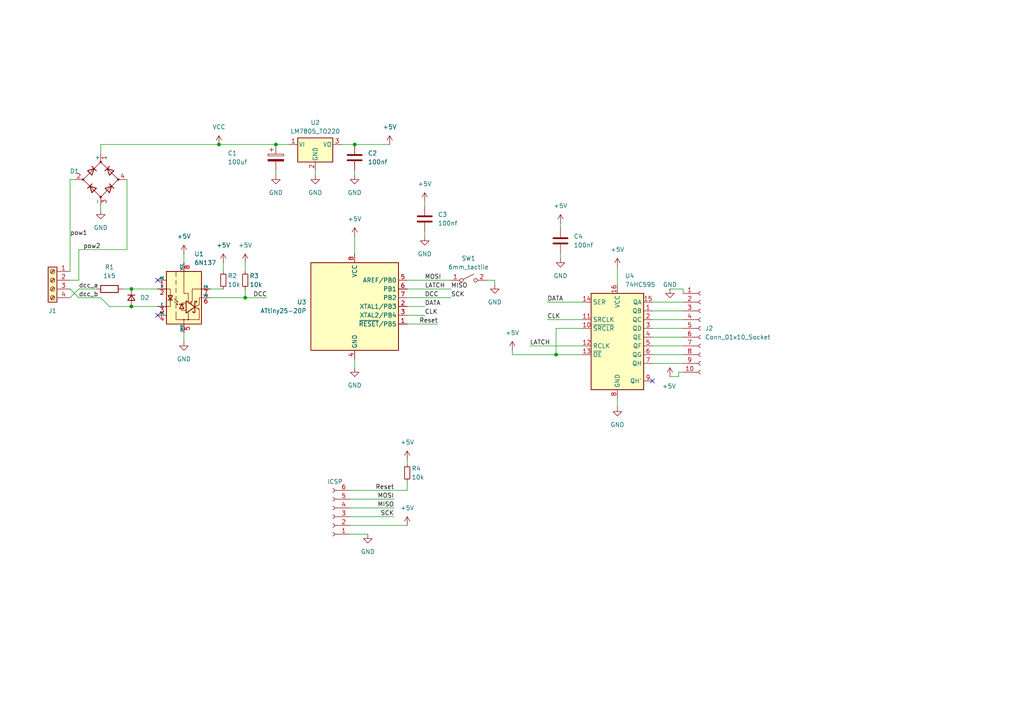
<source format=kicad_sch>
(kicad_sch (version 20231120) (generator "eeschema") (generator_version "8.0")
  (paper "A4")
  (lib_symbols
    (symbol "74xx:74HC595"
      (property "Reference" "U" (at -7.62 13.97 0))
      (property "Value" "74HC595" (at -7.62 -16.51 0))
      (symbol "74HC595_1_0"
        (pin tri_state line (at 10.16 7.62 180) (length 2.54) (name "QB") (number "1"))
        (pin input line (at -10.16 2.54 0) (length 2.54) (name "~{SRCLR}") (number "10"))
        (pin input line (at -10.16 5.08 0) (length 2.54) (name "SRCLK") (number "11"))
        (pin input line (at -10.16 -2.54 0) (length 2.54) (name "RCLK") (number "12"))
        (pin input line (at -10.16 -5.08 0) (length 2.54) (name "~{OE}") (number "13"))
        (pin input line (at -10.16 10.16 0) (length 2.54) (name "SER") (number "14"))
        (pin tri_state line (at 10.16 10.16 180) (length 2.54) (name "QA") (number "15"))
        (pin power_in line (at 0 15.24 270) (length 2.54) (name "VCC") (number "16"))
        (pin tri_state line (at 10.16 5.08 180) (length 2.54) (name "QC") (number "2"))
        (pin tri_state line (at 10.16 2.54 180) (length 2.54) (name "QD") (number "3"))
        (pin tri_state line (at 10.16 0 180) (length 2.54) (name "QE") (number "4"))
        (pin tri_state line (at 10.16 -2.54 180) (length 2.54) (name "QF") (number "5"))
        (pin tri_state line (at 10.16 -5.08 180) (length 2.54) (name "QG") (number "6"))
        (pin tri_state line (at 10.16 -7.62 180) (length 2.54) (name "QH") (number "7"))
        (pin power_in line (at 0 -17.78 90) (length 2.54) (name "GND") (number "8"))
        (pin output line (at 10.16 -12.7 180) (length 2.54) (name "QH'") (number "9"))
      )
      (symbol "74HC595_1_1"
        (rectangle (start -7.62 12.7) (end 7.62 -15.24) (stroke (width 0.254)) (fill (type background)))
      )
    )
    (symbol "Connector:Conn_01x06_Socket" (pin_names (offset 1.016) hide)
      (property "Reference" "J" (at 0 7.62 0))
      (property "Value" "Conn_01x06_Socket" (at 0 -10.16 0))
      (symbol "Conn_01x06_Socket_1_1"
        (arc (start 0 -7.112) (mid -0.5058 -7.62) (end 0 -8.128) (stroke (width 0.1524)))
        (arc (start 0 -4.572) (mid -0.5058 -5.08) (end 0 -5.588) (stroke (width 0.1524)))
        (arc (start 0 -2.032) (mid -0.5058 -2.54) (end 0 -3.048) (stroke (width 0.1524)))
        (polyline (pts (xy -1.27 -7.62) (xy -0.508 -7.62)) (stroke (width 0.1524)))
        (polyline (pts (xy -1.27 -5.08) (xy -0.508 -5.08)) (stroke (width 0.1524)))
        (polyline (pts (xy -1.27 -2.54) (xy -0.508 -2.54)) (stroke (width 0.1524)))
        (polyline (pts (xy -1.27 0) (xy -0.508 0)) (stroke (width 0.1524)))
        (polyline (pts (xy -1.27 2.54) (xy -0.508 2.54)) (stroke (width 0.1524)))
        (polyline (pts (xy -1.27 5.08) (xy -0.508 5.08)) (stroke (width 0.1524)))
        (arc (start 0 0.508) (mid -0.5058 0) (end 0 -0.508) (stroke (width 0.1524)))
        (arc (start 0 3.048) (mid -0.5058 2.54) (end 0 2.032) (stroke (width 0.1524)))
        (arc (start 0 5.588) (mid -0.5058 5.08) (end 0 4.572) (stroke (width 0.1524)))
        (pin passive line (at -5.08 5.08 0) (length 3.81) (name "Pin_1") (number "1"))
        (pin passive line (at -5.08 2.54 0) (length 3.81) (name "Pin_2") (number "2"))
        (pin passive line (at -5.08 0 0) (length 3.81) (name "Pin_3") (number "3"))
        (pin passive line (at -5.08 -2.54 0) (length 3.81) (name "Pin_4") (number "4"))
        (pin passive line (at -5.08 -5.08 0) (length 3.81) (name "Pin_5") (number "5"))
        (pin passive line (at -5.08 -7.62 0) (length 3.81) (name "Pin_6") (number "6"))
      )
    )
    (symbol "Connector:Conn_01x10_Socket" (pin_names (offset 1.016) hide)
      (property "Reference" "J" (at 0 12.7 0))
      (property "Value" "Conn_01x10_Socket" (at 0 -15.24 0))
      (symbol "Conn_01x10_Socket_1_1"
        (arc (start 0 -12.192) (mid -0.5058 -12.7) (end 0 -13.208) (stroke (width 0.1524)))
        (arc (start 0 -9.652) (mid -0.5058 -10.16) (end 0 -10.668) (stroke (width 0.1524)))
        (arc (start 0 -7.112) (mid -0.5058 -7.62) (end 0 -8.128) (stroke (width 0.1524)))
        (arc (start 0 -4.572) (mid -0.5058 -5.08) (end 0 -5.588) (stroke (width 0.1524)))
        (arc (start 0 -2.032) (mid -0.5058 -2.54) (end 0 -3.048) (stroke (width 0.1524)))
        (polyline (pts (xy -1.27 -12.7) (xy -0.508 -12.7)) (stroke (width 0.1524)))
        (polyline (pts (xy -1.27 -10.16) (xy -0.508 -10.16)) (stroke (width 0.1524)))
        (polyline (pts (xy -1.27 -7.62) (xy -0.508 -7.62)) (stroke (width 0.1524)))
        (polyline (pts (xy -1.27 -5.08) (xy -0.508 -5.08)) (stroke (width 0.1524)))
        (polyline (pts (xy -1.27 -2.54) (xy -0.508 -2.54)) (stroke (width 0.1524)))
        (polyline (pts (xy -1.27 0) (xy -0.508 0)) (stroke (width 0.1524)))
        (polyline (pts (xy -1.27 2.54) (xy -0.508 2.54)) (stroke (width 0.1524)))
        (polyline (pts (xy -1.27 5.08) (xy -0.508 5.08)) (stroke (width 0.1524)))
        (polyline (pts (xy -1.27 7.62) (xy -0.508 7.62)) (stroke (width 0.1524)))
        (polyline (pts (xy -1.27 10.16) (xy -0.508 10.16)) (stroke (width 0.1524)))
        (arc (start 0 0.508) (mid -0.5058 0) (end 0 -0.508) (stroke (width 0.1524)))
        (arc (start 0 3.048) (mid -0.5058 2.54) (end 0 2.032) (stroke (width 0.1524)))
        (arc (start 0 5.588) (mid -0.5058 5.08) (end 0 4.572) (stroke (width 0.1524)))
        (arc (start 0 8.128) (mid -0.5058 7.62) (end 0 7.112) (stroke (width 0.1524)))
        (arc (start 0 10.668) (mid -0.5058 10.16) (end 0 9.652) (stroke (width 0.1524)))
        (pin passive line (at -5.08 10.16 0) (length 3.81) (name "Pin_1") (number "1"))
        (pin passive line (at -5.08 -12.7 0) (length 3.81) (name "Pin_10") (number "10"))
        (pin passive line (at -5.08 7.62 0) (length 3.81) (name "Pin_2") (number "2"))
        (pin passive line (at -5.08 5.08 0) (length 3.81) (name "Pin_3") (number "3"))
        (pin passive line (at -5.08 2.54 0) (length 3.81) (name "Pin_4") (number "4"))
        (pin passive line (at -5.08 0 0) (length 3.81) (name "Pin_5") (number "5"))
        (pin passive line (at -5.08 -2.54 0) (length 3.81) (name "Pin_6") (number "6"))
        (pin passive line (at -5.08 -5.08 0) (length 3.81) (name "Pin_7") (number "7"))
        (pin passive line (at -5.08 -7.62 0) (length 3.81) (name "Pin_8") (number "8"))
        (pin passive line (at -5.08 -10.16 0) (length 3.81) (name "Pin_9") (number "9"))
      )
    )
    (symbol "Connector:Screw_Terminal_01x04" (pin_names (offset 1.016) hide)
      (property "Reference" "J" (at 0 5.08 0))
      (property "Value" "Screw_Terminal_01x04" (at 0 -7.62 0))
      (symbol "Screw_Terminal_01x04_1_1"
        (rectangle (start -1.27 3.81) (end 1.27 -6.35) (stroke (width 0.254)) (fill (type background)))
        (circle (center 0 -5.08) (radius 0.635) (stroke (width 0.1524)))
        (circle (center 0 -2.54) (radius 0.635) (stroke (width 0.1524)))
        (polyline (pts (xy -0.5334 -4.7498) (xy 0.3302 -5.588)) (stroke (width 0.1524)))
        (polyline (pts (xy -0.5334 -2.2098) (xy 0.3302 -3.048)) (stroke (width 0.1524)))
        (polyline (pts (xy -0.5334 0.3302) (xy 0.3302 -0.508)) (stroke (width 0.1524)))
        (polyline (pts (xy -0.5334 2.8702) (xy 0.3302 2.032)) (stroke (width 0.1524)))
        (polyline (pts (xy -0.3556 -4.572) (xy 0.508 -5.4102)) (stroke (width 0.1524)))
        (polyline (pts (xy -0.3556 -2.032) (xy 0.508 -2.8702)) (stroke (width 0.1524)))
        (polyline (pts (xy -0.3556 0.508) (xy 0.508 -0.3302)) (stroke (width 0.1524)))
        (polyline (pts (xy -0.3556 3.048) (xy 0.508 2.2098)) (stroke (width 0.1524)))
        (circle (center 0 0) (radius 0.635) (stroke (width 0.1524)))
        (circle (center 0 2.54) (radius 0.635) (stroke (width 0.1524)))
        (pin passive line (at -5.08 2.54 0) (length 3.81) (name "Pin_1") (number "1"))
        (pin passive line (at -5.08 0 0) (length 3.81) (name "Pin_2") (number "2"))
        (pin passive line (at -5.08 -2.54 0) (length 3.81) (name "Pin_3") (number "3"))
        (pin passive line (at -5.08 -5.08 0) (length 3.81) (name "Pin_4") (number "4"))
      )
    )
    (symbol "Device:C" (pin_numbers hide) (pin_names (offset 0.254))
      (property "Reference" "C" (at 0.635 2.54 0))
      (property "Value" "C" (at 0.635 -2.54 0))
      (symbol "C_0_1"
        (polyline (pts (xy -2.032 -0.762) (xy 2.032 -0.762)) (stroke (width 0.508)))
        (polyline (pts (xy -2.032 0.762) (xy 2.032 0.762)) (stroke (width 0.508)))
      )
      (symbol "C_1_1"
        (pin passive line (at 0 3.81 270) (length 2.794) (name "~") (number "1"))
        (pin passive line (at 0 -3.81 90) (length 2.794) (name "~") (number "2"))
      )
    )
    (symbol "Device:C_Polarized" (pin_numbers hide) (pin_names (offset 0.254))
      (property "Reference" "C" (at 0.635 2.54 0))
      (property "Value" "C_Polarized" (at 0.635 -2.54 0))
      (symbol "C_Polarized_0_1"
        (rectangle (start -2.286 0.508) (end 2.286 1.016))
        (polyline (pts (xy -1.778 2.286) (xy -0.762 2.286)))
        (polyline (pts (xy -1.27 2.794) (xy -1.27 1.778)))
        (rectangle (start 2.286 -0.508) (end -2.286 -1.016) (fill (type outline)))
      )
      (symbol "C_Polarized_1_1"
        (pin passive line (at 0 3.81 270) (length 2.794) (name "~") (number "1"))
        (pin passive line (at 0 -3.81 90) (length 2.794) (name "~") (number "2"))
      )
    )
    (symbol "Device:D_Bridge_+A-A" (pin_names (offset 0))
      (property "Reference" "D" (at 2.54 6.985 0))
      (property "Value" "D_Bridge_+A-A" (at 2.54 5.08 0))
      (symbol "D_Bridge_+A-A_0_1"
        (circle (center -5.08 0) (radius 0.254) (fill (type outline)))
        (circle (center 0 -5.08) (radius 0.254) (fill (type outline)))
        (polyline (pts (xy -2.54 3.81) (xy -1.27 2.54)) (stroke (width 0.254)))
        (polyline (pts (xy -1.27 -2.54) (xy -2.54 -3.81)) (stroke (width 0.254)))
        (polyline (pts (xy 2.54 -1.27) (xy 3.81 -2.54)) (stroke (width 0.254)))
        (polyline (pts (xy 2.54 1.27) (xy 3.81 2.54)) (stroke (width 0.254)))
        (polyline (pts (xy -3.81 2.54) (xy -2.54 1.27) (xy -1.905 3.175) (xy -3.81 2.54)) (stroke (width 0.254)))
        (polyline (pts (xy -2.54 -1.27) (xy -3.81 -2.54) (xy -1.905 -3.175) (xy -2.54 -1.27)) (stroke (width 0.254)))
        (polyline (pts (xy 1.27 2.54) (xy 2.54 3.81) (xy 3.175 1.905) (xy 1.27 2.54)) (stroke (width 0.254)))
        (polyline (pts (xy 3.175 -1.905) (xy 1.27 -2.54) (xy 2.54 -3.81) (xy 3.175 -1.905)) (stroke (width 0.254)))
        (polyline (pts (xy -5.08 0) (xy 0 -5.08) (xy 5.08 0) (xy 0 5.08) (xy -5.08 0)))
        (circle (center 0 5.08) (radius 0.254) (fill (type outline)))
        (circle (center 5.08 0) (radius 0.254) (fill (type outline)))
      )
      (symbol "D_Bridge_+A-A_1_1"
        (pin passive line (at 7.62 0 180) (length 2.54) (name "+") (number "1"))
        (pin passive line (at 0 -7.62 90) (length 2.54) (name "~") (number "2"))
        (pin passive line (at -7.62 0 0) (length 2.54) (name "-") (number "3"))
        (pin passive line (at 0 7.62 270) (length 2.54) (name "~") (number "4"))
      )
    )
    (symbol "Device:D_Small" (pin_numbers hide) (pin_names (offset 0.254) hide)
      (property "Reference" "D" (at -1.27 2.032 0))
      (property "Value" "D_Small" (at -3.81 -2.032 0))
      (symbol "D_Small_0_1"
        (polyline (pts (xy -0.762 -1.016) (xy -0.762 1.016)) (stroke (width 0.254)))
        (polyline (pts (xy -0.762 0) (xy 0.762 0)))
        (polyline (pts (xy 0.762 -1.016) (xy -0.762 0) (xy 0.762 1.016) (xy 0.762 -1.016)) (stroke (width 0.254)))
      )
      (symbol "D_Small_1_1"
        (pin passive line (at -2.54 0 0) (length 1.778) (name "K") (number "1"))
        (pin passive line (at 2.54 0 180) (length 1.778) (name "A") (number "2"))
      )
    )
    (symbol "Device:R" (pin_numbers hide) (pin_names (offset 0))
      (property "Reference" "R" (at 2.032 0 90))
      (property "Value" "R" (at 0 0 90))
      (symbol "R_0_1"
        (rectangle (start -1.016 -2.54) (end 1.016 2.54) (stroke (width 0.254)))
      )
      (symbol "R_1_1"
        (pin passive line (at 0 3.81 270) (length 1.27) (name "~") (number "1"))
        (pin passive line (at 0 -3.81 90) (length 1.27) (name "~") (number "2"))
      )
    )
    (symbol "Device:R_Small" (pin_numbers hide) (pin_names (offset 0.254) hide)
      (property "Reference" "R" (at 0.762 0.508 0))
      (property "Value" "R_Small" (at 0.762 -1.016 0))
      (symbol "R_Small_0_1"
        (rectangle (start -0.762 1.778) (end 0.762 -1.778) (stroke (width 0.2032)))
      )
      (symbol "R_Small_1_1"
        (pin passive line (at 0 2.54 270) (length 0.762) (name "~") (number "1"))
        (pin passive line (at 0 -2.54 90) (length 0.762) (name "~") (number "2"))
      )
    )
    (symbol "GND_1" (power) (pin_names (offset 0))
      (property "Value" "GND_1" (at 0 -3.81 0))
      (symbol "GND_1_0_1"
        (polyline (pts (xy 0 0) (xy 0 -1.27) (xy 1.27 -1.27) (xy 0 -2.54) (xy -1.27 -1.27) (xy 0 -1.27)))
      )
      (symbol "GND_1_1_1"
        (pin power_in line (at 0 0 270) (length 0) hide (name "GND") (number "1"))
      )
    )
    (symbol "Isolator:6N137" (pin_names (offset 0))
      (property "Reference" "U" (at -4.064 8.89 0))
      (property "Value" "6N137" (at 0 -8.89 0))
      (symbol "6N137_0_1"
        (polyline (pts (xy 0 -6.35) (xy -2.286 -6.35) (xy -2.286 -4.064)))
        (polyline (pts (xy -5.08 -2.54) (xy -3.937 -2.54) (xy -3.937 2.54) (xy -5.08 2.54)))
        (polyline (pts (xy 1.27 -5.08) (xy 1.27 -6.35) (xy 0 -6.35) (xy 0 -7.62)))
        (polyline (pts (xy 3.175 -2.667) (xy 0.635 -4.445) (xy 0.635 -0.889) (xy 3.175 -2.667)) (stroke (width 0.254)))
        (polyline (pts (xy -2.794 -1.016) (xy -1.717 -2.093) (xy -2.076 -1.914) (xy -1.896 -1.734) (xy -1.717 -2.093)))
        (polyline (pts (xy -2.794 -0.254) (xy -1.717 -1.331) (xy -2.076 -1.152) (xy -1.896 -0.972) (xy -1.717 -1.331)))
      )
      (symbol "6N137_1_1"
        (rectangle (start -5.08 7.62) (end 5.08 -7.62) (stroke (width 0.254)) (fill (type background)))
        (circle (center 0 -6.35) (radius 0.127) (fill (type outline)))
        (polyline (pts (xy -4.572 -0.635) (xy -3.302 -0.635)) (stroke (width 0.254)))
        (polyline (pts (xy -2.286 -1.778) (xy -2.286 -3.048)))
        (polyline (pts (xy -2.286 0.508) (xy -2.286 -0.762)))
        (polyline (pts (xy -2.286 2.794) (xy -2.286 1.524)))
        (polyline (pts (xy -2.286 5.08) (xy -2.286 3.81)))
        (polyline (pts (xy -2.286 7.366) (xy -2.286 6.096)))
        (polyline (pts (xy -1.27 -1.905) (xy 0 -1.905)) (stroke (width 0.254)))
        (polyline (pts (xy -0.635 -3.302) (xy -0.635 -3.683) (xy 0.635 -3.683)))
        (polyline (pts (xy -0.635 -1.905) (xy -0.635 -1.524) (xy 0.508 -1.524)))
        (polyline (pts (xy 1.27 -4.064) (xy 1.27 -6.35) (xy 4.445 -6.35)))
        (polyline (pts (xy 3.175 -2.667) (xy 4.445 -3.302) (xy 4.445 -6.35)))
        (polyline (pts (xy -3.937 -0.635) (xy -4.572 0.635) (xy -3.302 0.635) (xy -3.937 -0.635)) (stroke (width 0.254)))
        (polyline (pts (xy -0.635 -1.905) (xy -1.27 -3.175) (xy 0 -3.175) (xy -0.635 -1.905)) (stroke (width 0.254)))
        (polyline (pts (xy 1.27 -1.27) (xy 1.27 1.27) (xy 0 1.27) (xy 0 7.62)))
        (polyline (pts (xy 2.1844 -1.1684) (xy 2.413 -0.889) (xy 2.413 2.54) (xy 5.08 2.54)))
        (polyline (pts (xy 3.175 -2.667) (xy 3.175 -4.318) (xy 2.667 -4.318) (xy 2.667 -3.937)) (stroke (width 0.254)))
        (polyline (pts (xy 3.175 -2.667) (xy 3.175 -1.016) (xy 3.683 -1.016) (xy 3.683 -1.397)) (stroke (width 0.254)))
        (polyline (pts (xy 3.175 -2.667) (xy 4.445 -2.032) (xy 4.445 0) (xy 5.08 0)))
        (polyline (pts (xy 4.445 -3.302) (xy 4.161 -3.018) (xy 4.047 -3.246) (xy 4.445 -3.302)) (stroke (width 0.127)) (fill (type outline)))
        (circle (center 1.27 -6.35) (radius 0.127) (fill (type outline)))
        (circle (center 2.032 -1.397) (radius 0.254))
        (pin passive line (at -7.62 5.08 0) (length 2.54) (name "NC") (number "1"))
        (pin passive line (at -7.62 2.54 0) (length 2.54) (name "A") (number "2"))
        (pin passive line (at -7.62 -2.54 0) (length 2.54) (name "C") (number "3"))
        (pin passive line (at -7.62 -5.08 0) (length 2.54) (name "NC") (number "4"))
        (pin power_in line (at 0 -10.16 90) (length 2.54) (name "GND") (number "5"))
        (pin open_collector line (at 7.62 0 180) (length 2.54) (name "VO") (number "6"))
        (pin input line (at 7.62 2.54 180) (length 2.54) (name "EN") (number "7"))
        (pin power_in line (at 0 10.16 270) (length 2.54) (name "VCC") (number "8"))
      )
    )
    (symbol "MCU_Microchip_ATtiny:ATtiny25-20P"
      (property "Reference" "U" (at -12.7 13.97 0))
      (property "Value" "ATtiny25-20P" (at 2.54 -13.97 0))
      (symbol "ATtiny25-20P_0_1"
        (rectangle (start -12.7 -12.7) (end 12.7 12.7) (stroke (width 0.254)) (fill (type background)))
      )
      (symbol "ATtiny25-20P_1_1"
        (pin bidirectional line (at 15.24 -5.08 180) (length 2.54) (name "~{RESET}/PB5") (number "1"))
        (pin bidirectional line (at 15.24 0 180) (length 2.54) (name "XTAL1/PB3") (number "2"))
        (pin bidirectional line (at 15.24 -2.54 180) (length 2.54) (name "XTAL2/PB4") (number "3"))
        (pin power_in line (at 0 -15.24 90) (length 2.54) (name "GND") (number "4"))
        (pin bidirectional line (at 15.24 7.62 180) (length 2.54) (name "AREF/PB0") (number "5"))
        (pin bidirectional line (at 15.24 5.08 180) (length 2.54) (name "PB1") (number "6"))
        (pin bidirectional line (at 15.24 2.54 180) (length 2.54) (name "PB2") (number "7"))
        (pin power_in line (at 0 15.24 270) (length 2.54) (name "VCC") (number "8"))
      )
    )
    (symbol "Regulator_Linear:LM7805_TO220" (pin_names (offset 0.254))
      (property "Reference" "U" (at -3.81 3.175 0))
      (property "Value" "LM7805_TO220" (at 0 3.175 0))
      (symbol "LM7805_TO220_0_1"
        (rectangle (start -5.08 1.905) (end 5.08 -5.08) (stroke (width 0.254)) (fill (type background)))
      )
      (symbol "LM7805_TO220_1_1"
        (pin power_in line (at -7.62 0 0) (length 2.54) (name "VI") (number "1"))
        (pin power_in line (at 0 -7.62 90) (length 2.54) (name "GND") (number "2"))
        (pin power_out line (at 7.62 0 180) (length 2.54) (name "VO") (number "3"))
      )
    )
    (symbol "custom_kicad_lib_sk:6mm_tactile" (pin_names (offset 0) hide)
      (property "Reference" "SW" (at 0 3.175 0))
      (property "Value" "6mm_tactile" (at 0 -2.54 0))
      (symbol "6mm_tactile_0_0"
        (circle (center -2.032 0) (radius 0.508))
        (polyline (pts (xy -1.524 0.254) (xy 1.524 1.778)))
        (circle (center 2.032 0) (radius 0.508))
      )
      (symbol "6mm_tactile_1_1"
        (pin passive line (at -5.08 0 0) (length 2.54) (name "A") (number "1"))
        (pin passive line (at 5.08 0 180) (length 2.54) (name "B") (number "2"))
      )
    )
    (symbol "power:+5V" (power) (pin_numbers hide) (pin_names (offset 0) hide)
      (property "Value" "+5V" (at 0 3.556 0))
      (symbol "+5V_0_1"
        (polyline (pts (xy -0.762 1.27) (xy 0 2.54)))
        (polyline (pts (xy 0 0) (xy 0 2.54)))
        (polyline (pts (xy 0 2.54) (xy 0.762 1.27)))
      )
      (symbol "+5V_1_1"
        (pin power_in line (at 0 0 90) (length 0) (name "~") (number "1"))
      )
    )
    (symbol "power:GND" (power) (pin_numbers hide) (pin_names (offset 0) hide)
      (property "Value" "GND" (at 0 -3.81 0))
      (symbol "GND_0_1"
        (polyline (pts (xy 0 0) (xy 0 -1.27) (xy 1.27 -1.27) (xy 0 -2.54) (xy -1.27 -1.27) (xy 0 -1.27)))
      )
      (symbol "GND_1_1"
        (pin power_in line (at 0 0 270) (length 0) (name "~") (number "1"))
      )
    )
    (symbol "power:VCC" (power) (pin_numbers hide) (pin_names (offset 0) hide)
      (property "Value" "VCC" (at 0 3.556 0))
      (symbol "VCC_0_1"
        (polyline (pts (xy -0.762 1.27) (xy 0 2.54)))
        (polyline (pts (xy 0 0) (xy 0 2.54)))
        (polyline (pts (xy 0 2.54) (xy 0.762 1.27)))
      )
      (symbol "VCC_1_1"
        (pin power_in line (at 0 0 90) (length 0) (name "~") (number "1"))
      )
    )
  )
  (junction (at 102.87 41.91))
  (junction (at 80.01 41.91))
  (junction (at 161.29 102.87))
  (junction (at 38.1 88.9))
  (junction (at 63.5 41.91))
  (junction (at 38.1 83.82))
  (junction (at 71.12 86.36))
  (no_connect (at 45.72 91.44))
  (no_connect (at 45.72 81.28))
  (no_connect (at 189.23 110.49))
  (wire (pts (xy 101.6 149.86) (xy 114.3 149.86)))
  (wire (pts (xy 71.12 86.36) (xy 77.47 86.36)))
  (wire (pts (xy 198.12 100.33) (xy 189.23 100.33)))
  (wire (pts (xy 148.59 101.6) (xy 148.59 102.87)))
  (wire (pts (xy 29.21 86.36) (xy 31.75 88.9)))
  (wire (pts (xy 63.5 41.91) (xy 80.01 41.91)))
  (wire (pts (xy 161.29 95.25) (xy 161.29 102.87)))
  (wire (pts (xy 118.11 133.35) (xy 118.11 134.62)))
  (wire (pts (xy 198.12 90.17) (xy 189.23 90.17)))
  (wire (pts (xy 71.12 86.36) (xy 71.12 83.82)))
  (wire (pts (xy 22.86 81.28) (xy 20.32 81.28)))
  (wire (pts (xy 194.31 109.22) (xy 196.85 109.22)))
  (wire (pts (xy 196.85 107.95) (xy 196.85 109.22)))
  (wire (pts (xy 91.44 49.53) (xy 91.44 50.8)))
  (wire (pts (xy 20.32 86.36) (xy 22.86 83.82)))
  (wire (pts (xy 162.56 74.93) (xy 162.56 73.66)))
  (wire (pts (xy 102.87 49.53) (xy 102.87 50.8)))
  (wire (pts (xy 196.85 107.95) (xy 198.12 107.95)))
  (wire (pts (xy 29.21 41.91) (xy 29.21 44.45)))
  (wire (pts (xy 198.12 83.82) (xy 194.31 83.82)))
  (wire (pts (xy 22.86 83.82) (xy 27.94 83.82)))
  (wire (pts (xy 71.12 76.2) (xy 71.12 78.74)))
  (wire (pts (xy 22.86 72.39) (xy 22.86 81.28)))
  (wire (pts (xy 60.96 83.82) (xy 64.77 83.82)))
  (wire (pts (xy 198.12 102.87) (xy 189.23 102.87)))
  (wire (pts (xy 198.12 83.82) (xy 198.12 85.09)))
  (wire (pts (xy 36.83 52.07) (xy 36.83 72.39)))
  (wire (pts (xy 118.11 86.36) (xy 130.81 86.36)))
  (wire (pts (xy 29.21 41.91) (xy 63.5 41.91)))
  (wire (pts (xy 99.06 41.91) (xy 102.87 41.91)))
  (wire (pts (xy 22.86 86.36) (xy 29.21 86.36)))
  (wire (pts (xy 198.12 105.41) (xy 189.23 105.41)))
  (wire (pts (xy 179.07 115.57) (xy 179.07 118.11)))
  (wire (pts (xy 118.11 91.44) (xy 123.19 91.44)))
  (wire (pts (xy 118.11 81.28) (xy 130.81 81.28)))
  (wire (pts (xy 198.12 97.79) (xy 189.23 97.79)))
  (wire (pts (xy 20.32 83.82) (xy 22.86 86.36)))
  (wire (pts (xy 118.11 88.9) (xy 123.19 88.9)))
  (wire (pts (xy 101.6 152.4) (xy 118.11 152.4)))
  (wire (pts (xy 101.6 142.24) (xy 118.11 142.24)))
  (wire (pts (xy 162.56 66.04) (xy 162.56 64.77)))
  (wire (pts (xy 143.51 82.55) (xy 143.51 81.28)))
  (wire (pts (xy 123.19 68.58) (xy 123.19 67.31)))
  (wire (pts (xy 123.19 59.69) (xy 123.19 58.42)))
  (wire (pts (xy 38.1 88.9) (xy 45.72 88.9)))
  (wire (pts (xy 118.11 93.98) (xy 127 93.98)))
  (wire (pts (xy 53.34 73.66) (xy 53.34 76.2)))
  (wire (pts (xy 198.12 92.71) (xy 189.23 92.71)))
  (wire (pts (xy 101.6 154.94) (xy 106.68 154.94)))
  (wire (pts (xy 101.6 147.32) (xy 114.3 147.32)))
  (wire (pts (xy 64.77 76.2) (xy 64.77 78.74)))
  (wire (pts (xy 198.12 87.63) (xy 189.23 87.63)))
  (wire (pts (xy 60.96 86.36) (xy 71.12 86.36)))
  (wire (pts (xy 35.56 83.82) (xy 38.1 83.82)))
  (wire (pts (xy 161.29 102.87) (xy 168.91 102.87)))
  (wire (pts (xy 143.51 81.28) (xy 140.97 81.28)))
  (wire (pts (xy 161.29 95.25) (xy 168.91 95.25)))
  (wire (pts (xy 80.01 49.53) (xy 80.01 50.8)))
  (wire (pts (xy 118.11 83.82) (xy 130.81 83.82)))
  (wire (pts (xy 36.83 72.39) (xy 22.86 72.39)))
  (wire (pts (xy 148.59 102.87) (xy 161.29 102.87)))
  (wire (pts (xy 101.6 144.78) (xy 114.3 144.78)))
  (wire (pts (xy 20.32 78.74) (xy 20.32 52.07)))
  (wire (pts (xy 179.07 77.47) (xy 179.07 82.55)))
  (wire (pts (xy 198.12 95.25) (xy 189.23 95.25)))
  (wire (pts (xy 53.34 96.52) (xy 53.34 99.06)))
  (wire (pts (xy 102.87 41.91) (xy 113.03 41.91)))
  (wire (pts (xy 80.01 41.91) (xy 83.82 41.91)))
  (wire (pts (xy 31.75 88.9) (xy 38.1 88.9)))
  (wire (pts (xy 153.67 100.33) (xy 168.91 100.33)))
  (wire (pts (xy 102.87 68.58) (xy 102.87 73.66)))
  (wire (pts (xy 29.21 59.69) (xy 29.21 60.96)))
  (wire (pts (xy 102.87 104.14) (xy 102.87 106.68)))
  (wire (pts (xy 38.1 83.82) (xy 45.72 83.82)))
  (wire (pts (xy 20.32 52.07) (xy 21.59 52.07)))
  (wire (pts (xy 158.75 87.63) (xy 168.91 87.63)))
  (wire (pts (xy 118.11 139.7) (xy 118.11 142.24)))
  (wire (pts (xy 158.75 92.71) (xy 168.91 92.71)))
  (label "LATCH" (at 153.67 100.33 0))
  (label "Reset" (at 127 93.98 180))
  (label "SCK" (at 114.3 149.86 180))
  (label "MISO" (at 130.81 83.82 0))
  (label "DCC" (at 123.19 86.36 0))
  (label "CLK" (at 158.75 92.71 0))
  (label "CLK" (at 123.19 91.44 0))
  (label "Reset" (at 114.3 142.24 180))
  (label "dcc_a" (at 22.86 83.82 0))
  (label "dcc_b" (at 22.86 86.36 0))
  (label "MISO" (at 114.3 147.32 180))
  (label "pow1" (at 20.32 68.58 0))
  (label "MOSI" (at 114.3 144.78 180))
  (label "DATA" (at 158.75 87.63 0))
  (label "DCC" (at 77.47 86.36 180))
  (label "SCK" (at 130.81 86.36 0))
  (label "DATA" (at 123.19 88.9 0))
  (label "pow2" (at 24.13 72.39 0))
  (label "LATCH" (at 123.19 83.82 0))
  (label "MOSI" (at 123.19 81.28 0))
  (symbol (lib_id "Device:D_Bridge_+A-A") (at 29.21 52.07 270) (mirror x) (unit 1)
    (property "Reference" "D1" (at 21.59 49.6568 90))
    (property "Value" "D_Bridge_+A-A" (effects (hide yes)))
    (property "Footprint" "Diode_THT:Diode_Bridge_Round_D8.9mm" (effects (hide yes)))
    (property "Description" "Diode bridge, +ve/AC/-ve/AC" (effects (hide yes)))
  )
  (symbol (lib_id "power:GND") (at 80.01 50.8 0) (unit 1)
    (property "Reference" "#PWR07" (effects (hide yes)))
    (property "Value" "GND" (at 80.01 55.88 0))
    (property "Description" "Power symbol creates a global label with name \"GND\" , ground" (effects (hide yes)))
  )
  (symbol (lib_name "GND_1") (lib_id "power:GND") (at 106.68 154.94 0) (unit 1)
    (property "Reference" "#PWR0101" (effects (hide yes)))
    (property "Value" "GND" (at 106.68 160.02 0))
  )
  (symbol (lib_id "custom_kicad_lib_sk:6mm_tactile") (at 135.89 81.28 0) (unit 1)
    (property "Reference" "SW1" (at 135.89 74.93 0))
    (property "Value" "6mm_tactile" (at 135.89 77.47 0))
    (property "Footprint" "custom_kicad_lib_sk:SW_NO_SILK" (effects (hide yes)))
    (property "Description" "Single Pole Single Throw (SPST) switch" (effects (hide yes)))
  )
  (symbol (lib_id "power:GND") (at 29.21 60.96 0) (unit 1)
    (property "Reference" "#PWR01" (effects (hide yes)))
    (property "Value" "GND" (at 29.21 66.04 0))
    (property "Description" "Power symbol creates a global label with name \"GND\" , ground" (effects (hide yes)))
  )
  (symbol (lib_id "Device:C_Polarized") (at 80.01 45.72 0) (unit 1)
    (property "Reference" "C1" (at 66.04 44.45 0) (effects (justify left)))
    (property "Value" "100uf" (at 66.04 46.99 0) (effects (justify left)))
    (property "Footprint" "Capacitor_THT:CP_Radial_D5.0mm_P2.50mm" (effects (hide yes)))
    (property "Description" "Polarized capacitor" (effects (hide yes)))
  )
  (symbol (lib_id "Device:C") (at 162.56 69.85 0) (unit 1)
    (property "Reference" "C4" (at 166.37 68.5799 0) (effects (justify left)))
    (property "Value" "100nf" (at 166.37 71.1199 0) (effects (justify left)))
    (property "Footprint" "Capacitor_THT:C_Disc_D3.0mm_W1.6mm_P2.50mm" (effects (hide yes)))
    (property "Description" "Unpolarized capacitor" (effects (hide yes)))
  )
  (symbol (lib_id "power:+5V") (at 194.31 109.22 0) (unit 1)
    (property "Reference" "#PWR022" (effects (hide yes)))
    (property "Value" "+5V" (at 194.056 112.014 0))
    (property "Description" "Power symbol creates a global label with name \"+5V\"" (effects (hide yes)))
  )
  (symbol (lib_id "power:GND") (at 123.19 68.58 0) (unit 1)
    (property "Reference" "#PWR014" (effects (hide yes)))
    (property "Value" "GND" (at 123.19 73.66 0))
    (property "Description" "Power symbol creates a global label with name \"GND\" , ground" (effects (hide yes)))
  )
  (symbol (lib_id "power:GND") (at 194.31 83.82 0) (unit 1)
    (property "Reference" "#PWR021" (effects (hide yes)))
    (property "Value" "GND" (at 194.31 82.55 0))
    (property "Description" "Power symbol creates a global label with name \"GND\" , ground" (effects (hide yes)))
  )
  (symbol (lib_id "MCU_Microchip_ATtiny:ATtiny25-20P") (at 102.87 88.9 0) (unit 1)
    (property "Reference" "U3" (at 88.9 87.6299 0) (effects (justify right)))
    (property "Value" "ATtiny25-20P" (at 88.9 90.1699 0) (effects (justify right)))
    (property "Footprint" "Package_DIP:DIP-8_W7.62mm" (effects (hide yes)))
    (property "Datasheet" "http://ww1.microchip.com/downloads/en/DeviceDoc/atmel-2586-avr-8-bit-microcontroller-attiny25-attiny45-attiny85_datasheet.pdf" (effects (hide yes)))
    (property "Description" "20MHz, 2kB Flash, 128B SRAM, 128B EEPROM, debugWIRE, DIP-8" (effects (hide yes)))
  )
  (symbol (lib_id "Device:R_Small") (at 64.77 81.28 180) (unit 1)
    (property "Reference" "R2" (at 66.04 80.01 0) (effects (justify right)))
    (property "Value" "10k" (at 66.04 82.55 0) (effects (justify right)))
    (property "Footprint" "Resistor_THT:R_Axial_DIN0204_L3.6mm_D1.6mm_P7.62mm_Horizontal" (effects (hide yes)))
    (property "Description" "Resistor, small symbol" (effects (hide yes)))
  )
  (symbol (lib_id "power:+5V") (at 64.77 76.2 0) (unit 1)
    (property "Reference" "#PWR05" (effects (hide yes)))
    (property "Value" "+5V" (at 64.77 71.12 0))
    (property "Description" "Power symbol creates a global label with name \"+5V\"" (effects (hide yes)))
  )
  (symbol (lib_id "74xx:74HC595") (at 179.07 97.79 0) (unit 1)
    (property "Reference" "U4" (at 181.2641 80.01 0) (effects (justify left)))
    (property "Value" "74HC595" (at 181.2641 82.55 0) (effects (justify left)))
    (property "Footprint" "Package_DIP:DIP-16_W7.62mm" (effects (hide yes)))
    (property "Datasheet" "http://www.ti.com/lit/ds/symlink/sn74hc595.pdf" (effects (hide yes)))
    (property "Description" "8-bit serial in/out Shift Register 3-State Outputs" (effects (hide yes)))
  )
  (symbol (lib_id "power:+5V") (at 53.34 73.66 0) (unit 1)
    (property "Reference" "#PWR02" (effects (hide yes)))
    (property "Value" "+5V" (at 53.34 68.58 0))
    (property "Description" "Power symbol creates a global label with name \"+5V\"" (effects (hide yes)))
  )
  (symbol (lib_id "power:+5V") (at 118.11 133.35 0) (unit 1)
    (property "Reference" "#PWR0102" (effects (hide yes)))
    (property "Value" "+5V" (at 118.11 128.27 0))
  )
  (symbol (lib_id "power:+5V") (at 148.59 101.6 0) (unit 1)
    (property "Reference" "#PWR016" (effects (hide yes)))
    (property "Value" "+5V" (at 148.59 96.52 0))
    (property "Description" "Power symbol creates a global label with name \"+5V\"" (effects (hide yes)))
  )
  (symbol (lib_id "power:+5V") (at 179.07 77.47 0) (unit 1)
    (property "Reference" "#PWR019" (effects (hide yes)))
    (property "Value" "+5V" (at 179.07 72.39 0))
    (property "Description" "Power symbol creates a global label with name \"+5V\"" (effects (hide yes)))
  )
  (symbol (lib_id "power:+5V") (at 123.19 58.42 0) (unit 1)
    (property "Reference" "#PWR013" (effects (hide yes)))
    (property "Value" "+5V" (at 123.19 53.34 0))
    (property "Description" "Power symbol creates a global label with name \"+5V\"" (effects (hide yes)))
  )
  (symbol (lib_id "Connector:Conn_01x10_Socket") (at 203.2 95.25 0) (unit 1)
    (property "Reference" "J2" (at 204.47 95.2499 0) (effects (justify left)))
    (property "Value" "Conn_01x10_Socket" (at 204.47 97.7899 0) (effects (justify left)))
    (property "Footprint" "Connector_PinSocket_2.54mm:PinSocket_1x10_P2.54mm_Vertical" (effects (hide yes)))
    (property "Description" "Generic connector, single row, 01x10, script generated" (effects (hide yes)))
  )
  (symbol (lib_id "power:GND") (at 179.07 118.11 0) (unit 1)
    (property "Reference" "#PWR020" (effects (hide yes)))
    (property "Value" "GND" (at 179.07 123.19 0))
    (property "Description" "Power symbol creates a global label with name \"GND\" , ground" (effects (hide yes)))
  )
  (symbol (lib_id "Regulator_Linear:LM7805_TO220") (at 91.44 41.91 0) (unit 1)
    (property "Reference" "U2" (at 91.44 35.56 0))
    (property "Value" "LM7805_TO220" (at 91.44 38.1 0))
    (property "Footprint" "Package_TO_SOT_THT:TO-220-3_Vertical" (effects (hide yes)))
    (property "Datasheet" "https://www.onsemi.cn/PowerSolutions/document/MC7800-D.PDF" (effects (hide yes)))
    (property "Description" "Positive 1A 35V Linear Regulator, Fixed Output 5V, TO-220" (effects (hide yes)))
  )
  (symbol (lib_id "Connector:Conn_01x06_Socket") (at 96.52 149.86 180) (unit 1)
    (property "Reference" "J3" (effects (hide yes)))
    (property "Value" "ICSP" (at 97.155 139.7 0))
    (property "Footprint" "Connector_PinHeader_2.54mm:PinHeader_1x06_P2.54mm_Vertical" (effects (hide yes)))
  )
  (symbol (lib_id "Device:R_Small") (at 71.12 81.28 180) (unit 1)
    (property "Reference" "R3" (at 72.39 80.01 0) (effects (justify right)))
    (property "Value" "10k" (at 72.39 82.55 0) (effects (justify right)))
    (property "Footprint" "Resistor_THT:R_Axial_DIN0204_L3.6mm_D1.6mm_P7.62mm_Horizontal" (effects (hide yes)))
    (property "Description" "Resistor, small symbol" (effects (hide yes)))
  )
  (symbol (lib_id "power:GND") (at 162.56 74.93 0) (unit 1)
    (property "Reference" "#PWR018" (effects (hide yes)))
    (property "Value" "GND" (at 162.56 80.01 0))
    (property "Description" "Power symbol creates a global label with name \"GND\" , ground" (effects (hide yes)))
  )
  (symbol (lib_id "power:+5V") (at 113.03 41.91 0) (unit 1)
    (property "Reference" "#PWR012" (effects (hide yes)))
    (property "Value" "+5V" (at 113.03 36.83 0))
    (property "Description" "Power symbol creates a global label with name \"+5V\"" (effects (hide yes)))
  )
  (symbol (lib_id "Device:R") (at 31.75 83.82 90) (unit 1)
    (property "Reference" "R1" (at 31.75 77.47 90))
    (property "Value" "1k5" (at 31.75 80.01 90))
    (property "Footprint" "Resistor_THT:R_Axial_DIN0204_L3.6mm_D1.6mm_P7.62mm_Horizontal" (effects (hide yes)))
    (property "Description" "Resistor" (effects (hide yes)))
  )
  (symbol (lib_id "power:+5V") (at 71.12 76.2 0) (unit 1)
    (property "Reference" "#PWR06" (effects (hide yes)))
    (property "Value" "+5V" (at 71.12 71.12 0))
    (property "Description" "Power symbol creates a global label with name \"+5V\"" (effects (hide yes)))
  )
  (symbol (lib_id "power:GND") (at 102.87 106.68 0) (unit 1)
    (property "Reference" "#PWR011" (effects (hide yes)))
    (property "Value" "GND" (at 102.87 111.76 0))
    (property "Description" "Power symbol creates a global label with name \"GND\" , ground" (effects (hide yes)))
  )
  (symbol (lib_id "power:+5V") (at 102.87 68.58 0) (unit 1)
    (property "Reference" "#PWR010" (effects (hide yes)))
    (property "Value" "+5V" (at 102.87 63.5 0))
    (property "Description" "Power symbol creates a global label with name \"+5V\"" (effects (hide yes)))
  )
  (symbol (lib_id "power:GND") (at 53.34 99.06 0) (unit 1)
    (property "Reference" "#PWR03" (effects (hide yes)))
    (property "Value" "GND" (at 53.34 104.14 0))
    (property "Description" "Power symbol creates a global label with name \"GND\" , ground" (effects (hide yes)))
  )
  (symbol (lib_id "power:+5V") (at 162.56 64.77 0) (unit 1)
    (property "Reference" "#PWR017" (effects (hide yes)))
    (property "Value" "+5V" (at 162.56 59.69 0))
    (property "Description" "Power symbol creates a global label with name \"+5V\"" (effects (hide yes)))
  )
  (symbol (lib_id "Device:D_Small") (at 38.1 86.36 270) (unit 1)
    (property "Reference" "D2" (at 40.64 86.3599 90) (effects (justify left)))
    (property "Value" "D_Small" (effects (hide yes)))
    (property "Footprint" "Diode_THT:D_DO-34_SOD68_P7.62mm_Horizontal" (effects (hide yes)))
    (property "Description" "Diode, small symbol" (effects (hide yes)))
    (property "Sim.Device" "D" (effects (hide yes)))
    (property "Sim.Pins" "1=K 2=A" (effects (hide yes)))
  )
  (symbol (lib_id "power:GND") (at 143.51 82.55 0) (unit 1)
    (property "Reference" "#PWR015" (effects (hide yes)))
    (property "Value" "GND" (at 143.51 87.63 0))
    (property "Description" "Power symbol creates a global label with name \"GND\" , ground" (effects (hide yes)))
  )
  (symbol (lib_id "Isolator:6N137") (at 53.34 86.36 0) (unit 1)
    (property "Reference" "U1" (at 56.3565 73.66 0) (effects (justify left)))
    (property "Value" "6N137" (at 56.3565 76.2 0) (effects (justify left)))
    (property "Footprint" "Package_DIP:DIP-8_W7.62mm" (effects (hide yes)))
    (property "Datasheet" "https://docs.broadcom.com/docs/AV02-0940EN" (effects (hide yes)))
    (property "Description" "Single High Speed LSTTL/TTL Compatible Optocoupler with enable, dV/dt 1000/us, VCM 10, max 7V VCC, DIP-8" (effects (hide yes)))
  )
  (symbol (lib_id "Device:R_Small") (at 118.11 137.16 180) (unit 1)
    (property "Reference" "R4" (at 119.38 135.89 0) (effects (justify right)))
    (property "Value" "10k" (at 119.38 138.43 0) (effects (justify right)))
    (property "Footprint" "Resistor_THT:R_Axial_DIN0204_L3.6mm_D1.6mm_P7.62mm_Horizontal" (effects (hide yes)))
    (property "Description" "Resistor, small symbol" (effects (hide yes)))
  )
  (symbol (lib_id "Device:C") (at 123.19 63.5 0) (unit 1)
    (property "Reference" "C3" (at 127 62.2299 0) (effects (justify left)))
    (property "Value" "100nf" (at 127 64.7699 0) (effects (justify left)))
    (property "Footprint" "Capacitor_THT:C_Disc_D3.0mm_W1.6mm_P2.50mm" (effects (hide yes)))
    (property "Description" "Unpolarized capacitor" (effects (hide yes)))
  )
  (symbol (lib_id "power:VCC") (at 63.5 41.91 0) (unit 1)
    (property "Reference" "#PWR04" (effects (hide yes)))
    (property "Value" "VCC" (at 63.5 36.83 0))
    (property "Description" "Power symbol creates a global label with name \"VCC\"" (effects (hide yes)))
  )
  (symbol (lib_id "Device:C") (at 102.87 45.72 0) (unit 1)
    (property "Reference" "C2" (at 106.68 44.4499 0) (effects (justify left)))
    (property "Value" "100nf" (at 106.68 46.9899 0) (effects (justify left)))
    (property "Footprint" "Capacitor_THT:C_Disc_D3.0mm_W1.6mm_P2.50mm" (effects (hide yes)))
    (property "Description" "Unpolarized capacitor" (effects (hide yes)))
  )
  (symbol (lib_id "power:GND") (at 102.87 50.8 0) (unit 1)
    (property "Reference" "#PWR09" (effects (hide yes)))
    (property "Value" "GND" (at 102.87 55.88 0))
    (property "Description" "Power symbol creates a global label with name \"GND\" , ground" (effects (hide yes)))
  )
  (symbol (lib_id "power:+5V") (at 118.11 152.4 0) (unit 1)
    (property "Reference" "#PWR0103" (effects (hide yes)))
    (property "Value" "+5V" (at 118.11 147.32 0))
  )
  (symbol (lib_id "power:GND") (at 91.44 50.8 0) (unit 1)
    (property "Reference" "#PWR08" (effects (hide yes)))
    (property "Value" "GND" (at 91.44 55.88 0))
    (property "Description" "Power symbol creates a global label with name \"GND\" , ground" (effects (hide yes)))
  )
  (symbol (lib_id "Connector:Screw_Terminal_01x04") (at 15.24 81.28 0) (mirror y) (unit 1)
    (property "Reference" "J1" (at 15.24 90.17 0))
    (property "Value" "Screw_Terminal_01x04" (effects (hide yes)))
    (property "Footprint" "Connector_Phoenix_MC:PhoenixContact_MC_1,5_4-G-3.5_1x04_P3.50mm_Horizontal" (effects (hide yes)))
    (property "Description" "Generic screw terminal, single row, 01x04, script generated (kicad-library-utils/schlib/autogen/connector/)" (effects (hide yes)))
  )
)
</source>
